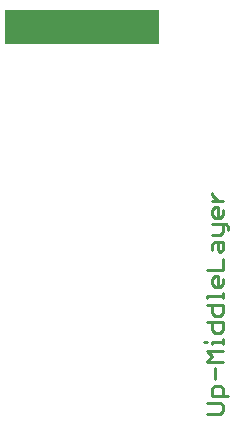
<source format=gtl>
G75*
%MOIN*%
%OFA0B0*%
%FSLAX25Y25*%
%IPPOS*%
%LPD*%
%AMOC8*
5,1,8,0,0,1.08239X$1,22.5*
%
%ADD10C,0.00900*%
%ADD11R,0.51181X0.11811*%
D10*
X0191228Y0167564D02*
X0195690Y0167564D01*
X0196583Y0168456D01*
X0196583Y0170241D01*
X0195690Y0171133D01*
X0191228Y0171133D01*
X0193013Y0173318D02*
X0193013Y0175996D01*
X0193905Y0176888D01*
X0195690Y0176888D01*
X0196583Y0175996D01*
X0196583Y0173318D01*
X0198367Y0173318D02*
X0193013Y0173318D01*
X0193905Y0179073D02*
X0193905Y0182643D01*
X0191228Y0184828D02*
X0193013Y0186613D01*
X0191228Y0188398D01*
X0196583Y0188398D01*
X0196583Y0190583D02*
X0196583Y0192368D01*
X0196583Y0191476D02*
X0193013Y0191476D01*
X0193013Y0190583D01*
X0191228Y0191476D02*
X0190336Y0191476D01*
X0193905Y0194420D02*
X0193013Y0195312D01*
X0193013Y0197990D01*
X0191228Y0197990D02*
X0196583Y0197990D01*
X0196583Y0195312D01*
X0195690Y0194420D01*
X0193905Y0194420D01*
X0193905Y0200175D02*
X0193013Y0201067D01*
X0193013Y0203744D01*
X0191228Y0203744D02*
X0196583Y0203744D01*
X0196583Y0201067D01*
X0195690Y0200175D01*
X0193905Y0200175D01*
X0191228Y0205930D02*
X0191228Y0206822D01*
X0196583Y0206822D01*
X0196583Y0205930D02*
X0196583Y0207714D01*
X0195690Y0209766D02*
X0193905Y0209766D01*
X0193013Y0210659D01*
X0193013Y0212443D01*
X0193905Y0213336D01*
X0194798Y0213336D01*
X0194798Y0209766D01*
X0195690Y0209766D02*
X0196583Y0210659D01*
X0196583Y0212443D01*
X0196583Y0215521D02*
X0191228Y0215521D01*
X0196583Y0215521D02*
X0196583Y0219091D01*
X0195690Y0221276D02*
X0194798Y0222168D01*
X0194798Y0224846D01*
X0193905Y0224846D02*
X0196583Y0224846D01*
X0196583Y0222168D01*
X0195690Y0221276D01*
X0193013Y0222168D02*
X0193013Y0223953D01*
X0193905Y0224846D01*
X0193013Y0227031D02*
X0195690Y0227031D01*
X0196583Y0227923D01*
X0196583Y0230601D01*
X0197475Y0230601D02*
X0198367Y0229708D01*
X0198367Y0228816D01*
X0197475Y0230601D02*
X0193013Y0230601D01*
X0193905Y0232786D02*
X0193013Y0233678D01*
X0193013Y0235463D01*
X0193905Y0236356D01*
X0194798Y0236356D01*
X0194798Y0232786D01*
X0195690Y0232786D02*
X0193905Y0232786D01*
X0195690Y0232786D02*
X0196583Y0233678D01*
X0196583Y0235463D01*
X0196583Y0238541D02*
X0193013Y0238541D01*
X0193013Y0240326D02*
X0193013Y0241218D01*
X0193013Y0240326D02*
X0194798Y0238541D01*
X0196583Y0184828D02*
X0191228Y0184828D01*
D11*
X0149675Y0296260D03*
M02*

</source>
